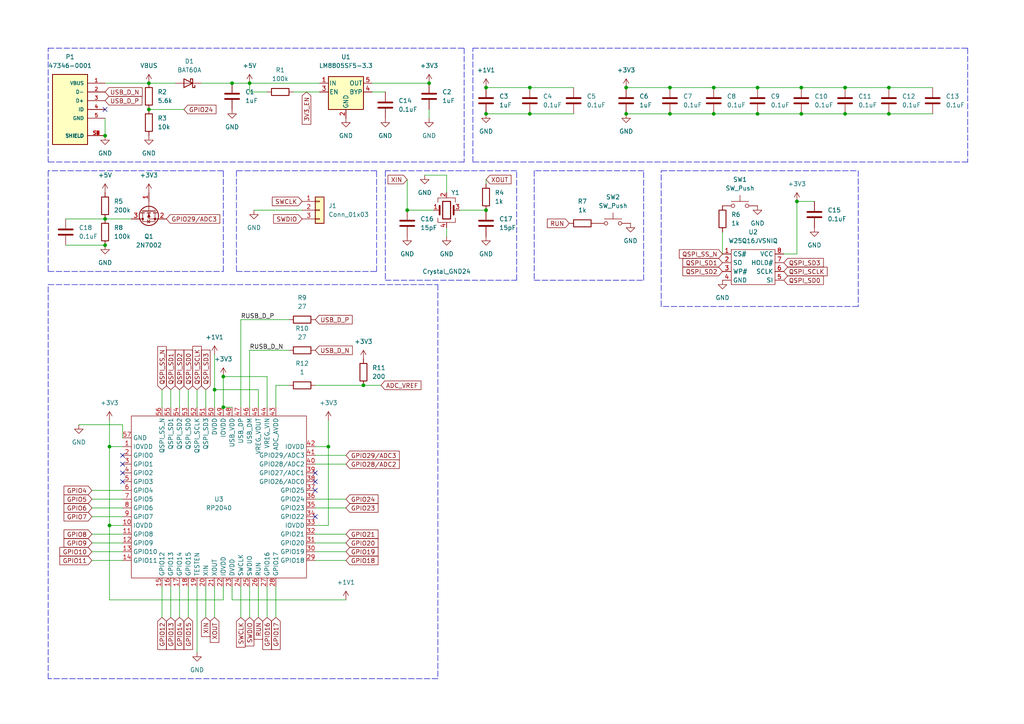
<source format=kicad_sch>
(kicad_sch (version 20211123) (generator eeschema)
  (paper "A4")
  (lib_symbols
    (symbol "01-rickbassham:47346-0001" (pin_names (offset 1.016))
      (property "Reference" "J" (at -5.08 10.922 0))
      (property "Value" "47346-0001" (at -5.08 -12.7 0))
      (symbol "47346-0001_0_0"
        (rectangle (start -5.08 -10.16) (end 5.08 10.16) (stroke (width 0.254)) (fill (type background)))
        (pin power_in line (at -10.16 7.62 0) (length 5.08) (name "VBUS") (number "1"))
        (pin bidirectional line (at -10.16 5.08 0) (length 5.08) (name "D-") (number "2"))
        (pin bidirectional line (at -10.16 2.54 0) (length 5.08) (name "D+") (number "3"))
        (pin bidirectional line (at -10.16 0 0) (length 5.08) (name "ID") (number "4"))
        (pin power_in line (at -10.16 -2.54 0) (length 5.08) (name "GND") (number "5"))
        (pin passive line (at -10.16 -7.62 0) (length 5.08) (name "SHIELD") (number "S1"))
        (pin passive line (at -10.16 -7.62 0) (length 5.08) (name "SHIELD") (number "S2"))
        (pin passive line (at -10.16 -7.62 0) (length 5.08) (name "SHIELD") (number "S3"))
        (pin passive line (at -10.16 -7.62 0) (length 5.08) (name "SHIELD") (number "S4"))
        (pin passive line (at -10.16 -7.62 0) (length 5.08) (name "SHIELD") (number "S5"))
        (pin passive line (at -10.16 -7.62 0) (length 5.08) (name "SHIELD") (number "S6"))
      )
    )
    (symbol "01-rickbassham:GD25Q16ETIGR"
      (property "Reference" "U" (at 0 0 0))
      (property "Value" "GD25Q16ETIGR" (at 0 0 0))
      (symbol "GD25Q16ETIGR_0_1"
        (rectangle (start -6.35 -5.08) (end 6.35 -15.24))
      )
      (symbol "GD25Q16ETIGR_1_1"
        (pin output line (at -8.89 -6.35 0) (length 2.54) (name "CS#") (number "1"))
        (pin output line (at -8.89 -8.89 0) (length 2.54) (name "SO") (number "2"))
        (pin output line (at -8.89 -11.43 0) (length 2.54) (name "WP#") (number "3"))
        (pin output line (at -8.89 -13.97 0) (length 2.54) (name "GND") (number "4"))
        (pin output line (at 8.89 -13.97 180) (length 2.54) (name "SI") (number "5"))
        (pin output line (at 8.89 -11.43 180) (length 2.54) (name "SCLK") (number "6"))
        (pin output line (at 8.89 -8.89 180) (length 2.54) (name "HOLD#") (number "7"))
        (pin output line (at 8.89 -6.35 180) (length 2.54) (name "VCC") (number "8"))
      )
    )
    (symbol "01-rickbassham:LM8805SF5-3.3" (pin_names (offset 0.254))
      (property "Reference" "U?" (at 0 10.16 0))
      (property "Value" "LM8805SF5-3.3" (at 0 7.62 0))
      (symbol "LM8805SF5-3.3_0_1"
        (rectangle (start -5.08 4.445) (end 5.08 -5.08) (stroke (width 0.254)) (fill (type background)))
      )
      (symbol "LM8805SF5-3.3_1_1"
        (pin power_in line (at -7.62 2.54 0) (length 2.54) (name "IN") (number "1"))
        (pin power_in line (at 0 -7.62 90) (length 2.54) (name "GND") (number "2"))
        (pin input line (at -7.62 0 0) (length 2.54) (name "EN") (number "3"))
        (pin output line (at 7.62 0 180) (length 2.54) (name "BYP") (number "4"))
        (pin power_out line (at 7.62 2.54 180) (length 2.54) (name "OUT") (number "5"))
      )
    )
    (symbol "01-rickbassham:RP2040"
      (property "Reference" "U" (at 0 1.27 0))
      (property "Value" "RP2040" (at 0 -1.27 0))
      (symbol "RP2040_0_1"
        (rectangle (start -25.4 25.4) (end 25.4 -21.59))
      )
      (symbol "RP2040_1_1"
        (pin output line (at -27.94 16.51 0) (length 2.54) (name "IOVDD") (number "1"))
        (pin output line (at -27.94 -6.35 0) (length 2.54) (name "IOVDD") (number "10"))
        (pin output line (at -27.94 -8.89 0) (length 2.54) (name "GPIO8") (number "11"))
        (pin output line (at -27.94 -11.43 0) (length 2.54) (name "GPIO9") (number "12"))
        (pin output line (at -27.94 -13.97 0) (length 2.54) (name "GPIO10") (number "13"))
        (pin output line (at -27.94 -16.51 0) (length 2.54) (name "GPIO11") (number "14"))
        (pin output line (at -16.51 -24.13 90) (length 2.54) (name "GPIO12") (number "15"))
        (pin output line (at -13.97 -24.13 90) (length 2.54) (name "GPIO13") (number "16"))
        (pin output line (at -11.43 -24.13 90) (length 2.54) (name "GPIO14") (number "17"))
        (pin output line (at -8.89 -24.13 90) (length 2.54) (name "GPIO15") (number "18"))
        (pin output line (at -6.35 -24.13 90) (length 2.54) (name "TESTEN") (number "19"))
        (pin output line (at -27.94 13.97 0) (length 2.54) (name "GPIO0") (number "2"))
        (pin output line (at -3.81 -24.13 90) (length 2.54) (name "XIN") (number "20"))
        (pin output line (at -1.27 -24.13 90) (length 2.54) (name "XOUT") (number "21"))
        (pin output line (at 1.27 -24.13 90) (length 2.54) (name "IOVDD") (number "22"))
        (pin output line (at 3.81 -24.13 90) (length 2.54) (name "DVDD") (number "23"))
        (pin output line (at 6.35 -24.13 90) (length 2.54) (name "SWCLK") (number "24"))
        (pin output line (at 8.89 -24.13 90) (length 2.54) (name "SWDIO") (number "25"))
        (pin output line (at 11.43 -24.13 90) (length 2.54) (name "RUN") (number "26"))
        (pin output line (at 13.97 -24.13 90) (length 2.54) (name "GPIO16") (number "27"))
        (pin output line (at 16.51 -24.13 90) (length 2.54) (name "GPIO17") (number "28"))
        (pin output line (at 27.94 -16.51 180) (length 2.54) (name "GPIO18") (number "29"))
        (pin output line (at -27.94 11.43 0) (length 2.54) (name "GPIO1") (number "3"))
        (pin output line (at 27.94 -13.97 180) (length 2.54) (name "GPIO19") (number "30"))
        (pin output line (at 27.94 -11.43 180) (length 2.54) (name "GPIO20") (number "31"))
        (pin output line (at 27.94 -8.89 180) (length 2.54) (name "GPIO21") (number "32"))
        (pin output line (at 27.94 -6.35 180) (length 2.54) (name "IOVDD") (number "33"))
        (pin output line (at 27.94 -3.81 180) (length 2.54) (name "GPIO22") (number "34"))
        (pin output line (at 27.94 -1.27 180) (length 2.54) (name "GPIO23") (number "35"))
        (pin output line (at 27.94 1.27 180) (length 2.54) (name "GPIO24") (number "36"))
        (pin output line (at 27.94 3.81 180) (length 2.54) (name "GPIO25") (number "37"))
        (pin output line (at 27.94 6.35 180) (length 2.54) (name "GPIO26/ADC0") (number "38"))
        (pin output line (at 27.94 8.89 180) (length 2.54) (name "GPIO27/ADC1") (number "39"))
        (pin output line (at -27.94 8.89 0) (length 2.54) (name "GPIO2") (number "4"))
        (pin output line (at 27.94 11.43 180) (length 2.54) (name "GPIO28/ADC2") (number "40"))
        (pin output line (at 27.94 13.97 180) (length 2.54) (name "GPIO29/ADC3") (number "41"))
        (pin output line (at 27.94 16.51 180) (length 2.54) (name "IOVDD") (number "42"))
        (pin output line (at 16.51 27.94 270) (length 2.54) (name "ADC_AVDD") (number "43"))
        (pin output line (at 13.97 27.94 270) (length 2.54) (name "VREG_VIN") (number "44"))
        (pin output line (at 11.43 27.94 270) (length 2.54) (name "VREG_VOUT") (number "45"))
        (pin output line (at 8.89 27.94 270) (length 2.54) (name "USB_DM") (number "46"))
        (pin output line (at 6.35 27.94 270) (length 2.54) (name "USB_DP") (number "47"))
        (pin output line (at 3.81 27.94 270) (length 2.54) (name "USB_VDD") (number "48"))
        (pin output line (at 1.27 27.94 270) (length 2.54) (name "IOVDD") (number "49"))
        (pin output line (at -27.94 6.35 0) (length 2.54) (name "GPIO3") (number "5"))
        (pin output line (at -1.27 27.94 270) (length 2.54) (name "DVDD") (number "50"))
        (pin output line (at -3.81 27.94 270) (length 2.54) (name "QSPI_SD3") (number "51"))
        (pin output line (at -6.35 27.94 270) (length 2.54) (name "QSPI_SCLK") (number "52"))
        (pin output line (at -8.89 27.94 270) (length 2.54) (name "QSPI_SD0") (number "53"))
        (pin output line (at -11.43 27.94 270) (length 2.54) (name "QSPI_SD2") (number "54"))
        (pin output line (at -13.97 27.94 270) (length 2.54) (name "QSPI_SD1") (number "55"))
        (pin output line (at -16.51 27.94 270) (length 2.54) (name "QSPI_SS_N") (number "56"))
        (pin output line (at -27.94 19.05 0) (length 2.54) (name "GND") (number "57"))
        (pin output line (at -27.94 3.81 0) (length 2.54) (name "GPIO4") (number "6"))
        (pin output line (at -27.94 1.27 0) (length 2.54) (name "GPIO5") (number "7"))
        (pin output line (at -27.94 -1.27 0) (length 2.54) (name "GPIO6") (number "8"))
        (pin output line (at -27.94 -3.81 0) (length 2.54) (name "GPIO7") (number "9"))
      )
    )
    (symbol "Connector_Generic:Conn_01x03" (pin_names (offset 1.016) hide)
      (property "Reference" "J" (at 0 5.08 0))
      (property "Value" "Conn_01x03" (at 0 -5.08 0))
      (symbol "Conn_01x03_1_1"
        (rectangle (start -1.27 -2.413) (end 0 -2.667) (stroke (width 0.1524)))
        (rectangle (start -1.27 0.127) (end 0 -0.127) (stroke (width 0.1524)))
        (rectangle (start -1.27 2.667) (end 0 2.413) (stroke (width 0.1524)))
        (rectangle (start -1.27 3.81) (end 1.27 -3.81) (stroke (width 0.254)) (fill (type background)))
        (pin passive line (at -5.08 2.54 0) (length 3.81) (name "Pin_1") (number "1"))
        (pin passive line (at -5.08 0 0) (length 3.81) (name "Pin_2") (number "2"))
        (pin passive line (at -5.08 -2.54 0) (length 3.81) (name "Pin_3") (number "3"))
      )
    )
    (symbol "Device:C" (pin_numbers hide) (pin_names (offset 0.254))
      (property "Reference" "C" (at 0.635 2.54 0))
      (property "Value" "C" (at 0.635 -2.54 0))
      (symbol "C_0_1"
        (polyline (pts (xy -2.032 -0.762) (xy 2.032 -0.762)) (stroke (width 0.508)))
        (polyline (pts (xy -2.032 0.762) (xy 2.032 0.762)) (stroke (width 0.508)))
      )
      (symbol "C_1_1"
        (pin passive line (at 0 3.81 270) (length 2.794) (name "~") (number "1"))
        (pin passive line (at 0 -3.81 90) (length 2.794) (name "~") (number "2"))
      )
    )
    (symbol "Device:Crystal_GND24" (pin_names (offset 1.016) hide)
      (property "Reference" "Y" (at 3.175 5.08 0))
      (property "Value" "Crystal_GND24" (at 3.175 3.175 0))
      (symbol "Crystal_GND24_0_1"
        (rectangle (start -1.143 2.54) (end 1.143 -2.54) (stroke (width 0.3048)))
        (polyline (pts (xy -2.54 0) (xy -2.032 0)))
        (polyline (pts (xy -2.032 -1.27) (xy -2.032 1.27)) (stroke (width 0.508)))
        (polyline (pts (xy 0 -3.81) (xy 0 -3.556)))
        (polyline (pts (xy 0 3.556) (xy 0 3.81)))
        (polyline (pts (xy 2.032 -1.27) (xy 2.032 1.27)) (stroke (width 0.508)))
        (polyline (pts (xy 2.032 0) (xy 2.54 0)))
        (polyline (pts (xy -2.54 -2.286) (xy -2.54 -3.556) (xy 2.54 -3.556) (xy 2.54 -2.286)))
        (polyline (pts (xy -2.54 2.286) (xy -2.54 3.556) (xy 2.54 3.556) (xy 2.54 2.286)))
      )
      (symbol "Crystal_GND24_1_1"
        (pin passive line (at -3.81 0 0) (length 1.27) (name "1") (number "1"))
        (pin passive line (at 0 5.08 270) (length 1.27) (name "2") (number "2"))
        (pin passive line (at 3.81 0 180) (length 1.27) (name "3") (number "3"))
        (pin passive line (at 0 -5.08 90) (length 1.27) (name "4") (number "4"))
      )
    )
    (symbol "Device:D_Schottky" (pin_numbers hide) (pin_names (offset 1.016) hide)
      (property "Reference" "D" (at 0 2.54 0))
      (property "Value" "D_Schottky" (at 0 -2.54 0))
      (symbol "D_Schottky_0_1"
        (polyline (pts (xy 1.27 0) (xy -1.27 0)))
        (polyline (pts (xy 1.27 1.27) (xy 1.27 -1.27) (xy -1.27 0) (xy 1.27 1.27)) (stroke (width 0.254)))
        (polyline (pts (xy -1.905 0.635) (xy -1.905 1.27) (xy -1.27 1.27) (xy -1.27 -1.27) (xy -0.635 -1.27) (xy -0.635 -0.635)) (stroke (width 0.254)))
      )
      (symbol "D_Schottky_1_1"
        (pin passive line (at -3.81 0 0) (length 2.54) (name "K") (number "1"))
        (pin passive line (at 3.81 0 180) (length 2.54) (name "A") (number "2"))
      )
    )
    (symbol "Device:R" (pin_numbers hide) (pin_names (offset 0))
      (property "Reference" "R" (at 2.032 0 90))
      (property "Value" "R" (at 0 0 90))
      (symbol "R_0_1"
        (rectangle (start -1.016 -2.54) (end 1.016 2.54) (stroke (width 0.254)))
      )
      (symbol "R_1_1"
        (pin passive line (at 0 3.81 270) (length 1.27) (name "~") (number "1"))
        (pin passive line (at 0 -3.81 90) (length 1.27) (name "~") (number "2"))
      )
    )
    (symbol "Switch:SW_Push" (pin_numbers hide) (pin_names (offset 1.016) hide)
      (property "Reference" "SW" (at 1.27 2.54 0))
      (property "Value" "SW_Push" (at 0 -1.524 0))
      (symbol "SW_Push_0_1"
        (circle (center -2.032 0) (radius 0.508))
        (polyline (pts (xy 0 1.27) (xy 0 3.048)))
        (polyline (pts (xy 2.54 1.27) (xy -2.54 1.27)))
        (circle (center 2.032 0) (radius 0.508))
        (pin passive line (at -5.08 0 0) (length 2.54) (name "1") (number "1"))
        (pin passive line (at 5.08 0 180) (length 2.54) (name "2") (number "2"))
      )
    )
    (symbol "Transistor_FET:2N7002" (pin_names hide)
      (property "Reference" "Q" (at 5.08 1.905 0))
      (property "Value" "2N7002" (at 5.08 0 0))
      (symbol "2N7002_0_1"
        (polyline (pts (xy 0.254 0) (xy -2.54 0)))
        (polyline (pts (xy 0.254 1.905) (xy 0.254 -1.905)) (stroke (width 0.254)))
        (polyline (pts (xy 0.762 -1.27) (xy 0.762 -2.286)) (stroke (width 0.254)))
        (polyline (pts (xy 0.762 0.508) (xy 0.762 -0.508)) (stroke (width 0.254)))
        (polyline (pts (xy 0.762 2.286) (xy 0.762 1.27)) (stroke (width 0.254)))
        (polyline (pts (xy 2.54 2.54) (xy 2.54 1.778)))
        (polyline (pts (xy 2.54 -2.54) (xy 2.54 0) (xy 0.762 0)))
        (polyline (pts (xy 0.762 -1.778) (xy 3.302 -1.778) (xy 3.302 1.778) (xy 0.762 1.778)))
        (polyline (pts (xy 1.016 0) (xy 2.032 0.381) (xy 2.032 -0.381) (xy 1.016 0)) (fill (type outline)))
        (polyline (pts (xy 2.794 0.508) (xy 2.921 0.381) (xy 3.683 0.381) (xy 3.81 0.254)))
        (polyline (pts (xy 3.302 0.381) (xy 2.921 -0.254) (xy 3.683 -0.254) (xy 3.302 0.381)))
        (circle (center 1.651 0) (radius 2.794) (stroke (width 0.254)))
        (circle (center 2.54 -1.778) (radius 0.254) (fill (type outline)))
        (circle (center 2.54 1.778) (radius 0.254) (fill (type outline)))
      )
      (symbol "2N7002_1_1"
        (pin input line (at -5.08 0 0) (length 2.54) (name "G") (number "1"))
        (pin passive line (at 2.54 -5.08 90) (length 2.54) (name "S") (number "2"))
        (pin passive line (at 2.54 5.08 270) (length 2.54) (name "D") (number "3"))
      )
    )
    (symbol "power:+1V1" (power) (pin_names (offset 0))
      (property "Value" "+1V1" (at 0 3.556 0))
      (symbol "+1V1_0_1"
        (polyline (pts (xy -0.762 1.27) (xy 0 2.54)))
        (polyline (pts (xy 0 0) (xy 0 2.54)))
        (polyline (pts (xy 0 2.54) (xy 0.762 1.27)))
      )
      (symbol "+1V1_1_1"
        (pin power_in line (at 0 0 90) (length 0) hide (name "+1V1") (number "1"))
      )
    )
    (symbol "power:+3.3V" (power) (pin_names (offset 0))
      (property "Value" "+3.3V" (at 0 3.556 0))
      (symbol "+3.3V_0_1"
        (polyline (pts (xy -0.762 1.27) (xy 0 2.54)))
        (polyline (pts (xy 0 0) (xy 0 2.54)))
        (polyline (pts (xy 0 2.54) (xy 0.762 1.27)))
      )
      (symbol "+3.3V_1_1"
        (pin power_in line (at 0 0 90) (length 0) hide (name "+3V3") (number "1"))
      )
    )
    (symbol "power:+5V" (power) (pin_names (offset 0))
      (property "Value" "+5V" (at 0 3.556 0))
      (symbol "+5V_0_1"
        (polyline (pts (xy -0.762 1.27) (xy 0 2.54)))
        (polyline (pts (xy 0 0) (xy 0 2.54)))
        (polyline (pts (xy 0 2.54) (xy 0.762 1.27)))
      )
      (symbol "+5V_1_1"
        (pin power_in line (at 0 0 90) (length 0) hide (name "+5V") (number "1"))
      )
    )
    (symbol "power:GND" (power) (pin_names (offset 0))
      (property "Value" "GND" (at 0 -3.81 0))
      (symbol "GND_0_1"
        (polyline (pts (xy 0 0) (xy 0 -1.27) (xy 1.27 -1.27) (xy 0 -2.54) (xy -1.27 -1.27) (xy 0 -1.27)))
      )
      (symbol "GND_1_1"
        (pin power_in line (at 0 0 270) (length 0) hide (name "GND") (number "1"))
      )
    )
    (symbol "power:VBUS" (power) (pin_names (offset 0))
      (property "Value" "VBUS" (at 0 3.81 0))
      (symbol "VBUS_0_1"
        (polyline (pts (xy -0.762 1.27) (xy 0 2.54)))
        (polyline (pts (xy 0 0) (xy 0 2.54)))
        (polyline (pts (xy 0 2.54) (xy 0.762 1.27)))
      )
      (symbol "VBUS_1_1"
        (pin power_in line (at 0 0 90) (length 0) hide (name "VBUS") (number "1"))
      )
    )
  )
  (junction (at 67.31 24.13))
  (junction (at 62.23 113.03))
  (junction (at 245.11 25.4))
  (junction (at 43.18 24.13))
  (junction (at 30.48 63.5))
  (junction (at 257.81 33.02))
  (junction (at 153.67 25.4))
  (junction (at 232.41 33.02))
  (junction (at 231.14 58.42))
  (junction (at 181.61 25.4))
  (junction (at 140.97 33.02))
  (junction (at 140.97 60.96))
  (junction (at 105.41 111.76))
  (junction (at 124.46 24.13))
  (junction (at 245.11 33.02))
  (junction (at 30.48 71.12))
  (junction (at 43.18 31.75))
  (junction (at 64.77 109.22))
  (junction (at 118.11 60.96))
  (junction (at 181.61 33.02))
  (junction (at 95.25 129.54))
  (junction (at 257.81 25.4))
  (junction (at 207.01 33.02))
  (junction (at 232.41 25.4))
  (junction (at 219.71 25.4))
  (junction (at 72.39 24.13))
  (junction (at 153.67 33.02))
  (junction (at 140.97 25.4))
  (junction (at 30.48 39.37))
  (junction (at 194.31 25.4))
  (junction (at 31.75 129.54))
  (junction (at 219.71 33.02))
  (junction (at 207.01 25.4))
  (junction (at 194.31 33.02))
  (junction (at 31.75 152.4))
  (junction (at 64.77 118.11))
  (no_connect (at 35.56 139.7))
  (no_connect (at 35.56 134.62))
  (no_connect (at 35.56 132.08))
  (no_connect (at 30.48 31.75))
  (no_connect (at 91.44 137.16))
  (no_connect (at 91.44 139.7))
  (no_connect (at 91.44 142.24))
  (no_connect (at 91.44 149.86))
  (no_connect (at 35.56 137.16))
  (wire (pts (xy 77.47 109.22) (xy 64.77 109.22)))
  (wire (pts (xy 91.44 154.94) (xy 100.33 154.94)))
  (polyline (pts (xy 13.97 196.85) (xy 13.97 82.55)))
  (wire (pts (xy 118.11 52.07) (xy 118.11 60.96)))
  (wire (pts (xy 105.41 111.76) (xy 110.49 111.76)))
  (wire (pts (xy 57.15 170.18) (xy 57.15 189.23)))
  (wire (pts (xy 91.44 134.62) (xy 100.33 134.62)))
  (polyline (pts (xy 248.92 88.9) (xy 191.77 88.9)))
  (wire (pts (xy 35.56 152.4) (xy 31.75 152.4)))
  (wire (pts (xy 54.61 113.03) (xy 54.61 118.11)))
  (polyline (pts (xy 109.22 49.53) (xy 68.58 49.53)))
  (wire (pts (xy 19.05 63.5) (xy 30.48 63.5)))
  (polyline (pts (xy 109.22 78.74) (xy 109.22 49.53)))
  (wire (pts (xy 100.33 173.99) (xy 67.31 173.99)))
  (wire (pts (xy 140.97 25.4) (xy 153.67 25.4)))
  (wire (pts (xy 91.44 111.76) (xy 105.41 111.76)))
  (polyline (pts (xy 68.58 49.53) (xy 68.58 78.74)))
  (wire (pts (xy 95.25 152.4) (xy 95.25 129.54)))
  (wire (pts (xy 74.93 170.18) (xy 74.93 179.07)))
  (wire (pts (xy 72.39 170.18) (xy 72.39 179.07)))
  (wire (pts (xy 26.67 162.56) (xy 35.56 162.56)))
  (wire (pts (xy 140.97 52.07) (xy 140.97 53.34)))
  (polyline (pts (xy 111.76 49.53) (xy 111.76 81.28)))
  (wire (pts (xy 72.39 24.13) (xy 92.71 24.13)))
  (wire (pts (xy 31.75 121.92) (xy 31.75 129.54)))
  (wire (pts (xy 77.47 26.67) (xy 72.39 26.67)))
  (wire (pts (xy 26.67 147.32) (xy 35.56 147.32)))
  (wire (pts (xy 181.61 33.02) (xy 194.31 33.02)))
  (wire (pts (xy 52.07 170.18) (xy 52.07 179.07)))
  (polyline (pts (xy 111.76 81.28) (xy 149.86 81.28)))
  (wire (pts (xy 153.67 33.02) (xy 166.37 33.02)))
  (wire (pts (xy 35.56 123.19) (xy 35.56 127)))
  (polyline (pts (xy 68.58 78.74) (xy 109.22 78.74)))
  (polyline (pts (xy 13.97 49.53) (xy 13.97 78.74)))
  (wire (pts (xy 22.86 123.19) (xy 35.56 123.19)))
  (wire (pts (xy 91.44 147.32) (xy 100.33 147.32)))
  (wire (pts (xy 30.48 24.13) (xy 43.18 24.13)))
  (wire (pts (xy 91.44 162.56) (xy 100.33 162.56)))
  (wire (pts (xy 50.8 24.13) (xy 43.18 24.13)))
  (polyline (pts (xy 13.97 13.97) (xy 134.62 13.97)))
  (wire (pts (xy 26.67 154.94) (xy 35.56 154.94)))
  (wire (pts (xy 69.85 170.18) (xy 69.85 179.07)))
  (polyline (pts (xy 191.77 88.9) (xy 191.77 49.53)))
  (wire (pts (xy 129.54 68.58) (xy 129.54 66.04)))
  (wire (pts (xy 257.81 25.4) (xy 270.51 25.4)))
  (polyline (pts (xy 280.67 46.99) (xy 137.16 46.99)))
  (wire (pts (xy 107.95 26.67) (xy 111.76 26.67)))
  (wire (pts (xy 64.77 170.18) (xy 64.77 173.99)))
  (wire (pts (xy 118.11 60.96) (xy 125.73 60.96)))
  (wire (pts (xy 31.75 129.54) (xy 35.56 129.54)))
  (wire (pts (xy 231.14 73.66) (xy 231.14 58.42)))
  (wire (pts (xy 232.41 25.4) (xy 245.11 25.4)))
  (wire (pts (xy 72.39 101.6) (xy 83.82 101.6)))
  (wire (pts (xy 57.15 113.03) (xy 57.15 118.11)))
  (polyline (pts (xy 149.86 49.53) (xy 111.76 49.53)))
  (wire (pts (xy 194.31 33.02) (xy 207.01 33.02)))
  (wire (pts (xy 31.75 173.99) (xy 31.75 152.4)))
  (wire (pts (xy 91.44 160.02) (xy 100.33 160.02)))
  (polyline (pts (xy 248.92 49.53) (xy 248.92 88.9)))
  (wire (pts (xy 72.39 26.67) (xy 72.39 24.13)))
  (polyline (pts (xy 154.94 49.53) (xy 154.94 81.28)))
  (wire (pts (xy 91.44 157.48) (xy 100.33 157.48)))
  (wire (pts (xy 85.09 26.67) (xy 92.71 26.67)))
  (polyline (pts (xy 149.86 81.28) (xy 149.86 49.53)))
  (wire (pts (xy 91.44 132.08) (xy 100.33 132.08)))
  (wire (pts (xy 107.95 24.13) (xy 124.46 24.13)))
  (wire (pts (xy 73.66 60.96) (xy 87.63 60.96)))
  (wire (pts (xy 26.67 144.78) (xy 35.56 144.78)))
  (wire (pts (xy 72.39 118.11) (xy 72.39 101.6)))
  (wire (pts (xy 31.75 129.54) (xy 31.75 152.4)))
  (wire (pts (xy 62.23 102.87) (xy 62.23 113.03)))
  (polyline (pts (xy 64.77 78.74) (xy 64.77 49.53)))
  (wire (pts (xy 59.69 170.18) (xy 59.69 179.07)))
  (wire (pts (xy 257.81 33.02) (xy 270.51 33.02)))
  (wire (pts (xy 67.31 24.13) (xy 72.39 24.13)))
  (wire (pts (xy 140.97 33.02) (xy 153.67 33.02)))
  (wire (pts (xy 26.67 157.48) (xy 35.56 157.48)))
  (wire (pts (xy 59.69 113.03) (xy 59.69 118.11)))
  (polyline (pts (xy 13.97 78.74) (xy 64.77 78.74)))
  (wire (pts (xy 19.05 71.12) (xy 30.48 71.12)))
  (wire (pts (xy 54.61 170.18) (xy 54.61 179.07)))
  (wire (pts (xy 74.93 113.03) (xy 62.23 113.03)))
  (wire (pts (xy 232.41 33.02) (xy 245.11 33.02)))
  (wire (pts (xy 52.07 113.03) (xy 52.07 118.11)))
  (polyline (pts (xy 280.67 13.97) (xy 280.67 46.99)))
  (wire (pts (xy 26.67 149.86) (xy 35.56 149.86)))
  (polyline (pts (xy 13.97 46.99) (xy 13.97 13.97)))
  (wire (pts (xy 129.54 50.8) (xy 129.54 55.88)))
  (polyline (pts (xy 134.62 13.97) (xy 134.62 46.99)))
  (wire (pts (xy 231.14 58.42) (xy 236.22 58.42)))
  (polyline (pts (xy 137.16 46.99) (xy 137.16 13.97)))
  (wire (pts (xy 91.44 144.78) (xy 100.33 144.78)))
  (wire (pts (xy 26.67 160.02) (xy 35.56 160.02)))
  (wire (pts (xy 209.55 67.31) (xy 209.55 73.66)))
  (wire (pts (xy 194.31 25.4) (xy 207.01 25.4)))
  (wire (pts (xy 30.48 34.29) (xy 30.48 39.37)))
  (wire (pts (xy 123.19 50.8) (xy 129.54 50.8)))
  (wire (pts (xy 80.01 170.18) (xy 80.01 179.07)))
  (wire (pts (xy 77.47 118.11) (xy 77.47 109.22)))
  (wire (pts (xy 227.33 73.66) (xy 231.14 73.66)))
  (wire (pts (xy 245.11 25.4) (xy 257.81 25.4)))
  (polyline (pts (xy 191.77 49.53) (xy 248.92 49.53)))
  (wire (pts (xy 77.47 170.18) (xy 77.47 179.07)))
  (polyline (pts (xy 137.16 13.97) (xy 280.67 13.97)))
  (wire (pts (xy 46.99 113.03) (xy 46.99 118.11)))
  (wire (pts (xy 49.53 113.03) (xy 49.53 118.11)))
  (wire (pts (xy 219.71 25.4) (xy 232.41 25.4)))
  (wire (pts (xy 64.77 118.11) (xy 67.31 118.11)))
  (wire (pts (xy 49.53 170.18) (xy 49.53 179.07)))
  (wire (pts (xy 91.44 152.4) (xy 95.25 152.4)))
  (polyline (pts (xy 64.77 49.53) (xy 13.97 49.53)))
  (wire (pts (xy 67.31 173.99) (xy 67.31 170.18)))
  (wire (pts (xy 80.01 118.11) (xy 80.01 111.76)))
  (wire (pts (xy 64.77 109.22) (xy 64.77 118.11)))
  (polyline (pts (xy 186.69 49.53) (xy 154.94 49.53)))
  (wire (pts (xy 95.25 121.92) (xy 95.25 129.54)))
  (polyline (pts (xy 127 82.55) (xy 127 196.85)))
  (polyline (pts (xy 127 196.85) (xy 13.97 196.85)))
  (wire (pts (xy 69.85 118.11) (xy 69.85 92.71)))
  (wire (pts (xy 133.35 60.96) (xy 140.97 60.96)))
  (wire (pts (xy 74.93 118.11) (xy 74.93 113.03)))
  (wire (pts (xy 181.61 25.4) (xy 194.31 25.4)))
  (wire (pts (xy 26.67 142.24) (xy 35.56 142.24)))
  (wire (pts (xy 62.23 170.18) (xy 62.23 179.07)))
  (wire (pts (xy 58.42 24.13) (xy 67.31 24.13)))
  (wire (pts (xy 64.77 173.99) (xy 31.75 173.99)))
  (wire (pts (xy 69.85 92.71) (xy 83.82 92.71)))
  (wire (pts (xy 80.01 111.76) (xy 83.82 111.76)))
  (polyline (pts (xy 13.97 82.55) (xy 127 82.55)))
  (wire (pts (xy 219.71 33.02) (xy 232.41 33.02)))
  (wire (pts (xy 46.99 170.18) (xy 46.99 179.07)))
  (wire (pts (xy 153.67 25.4) (xy 166.37 25.4)))
  (wire (pts (xy 245.11 33.02) (xy 257.81 33.02)))
  (wire (pts (xy 53.34 31.75) (xy 43.18 31.75)))
  (polyline (pts (xy 186.69 81.28) (xy 186.69 49.53)))
  (polyline (pts (xy 134.62 46.99) (xy 13.97 46.99)))
  (wire (pts (xy 207.01 33.02) (xy 219.71 33.02)))
  (wire (pts (xy 207.01 25.4) (xy 219.71 25.4)))
  (wire (pts (xy 95.25 129.54) (xy 91.44 129.54)))
  (wire (pts (xy 30.48 63.5) (xy 38.1 63.5)))
  (wire (pts (xy 62.23 113.03) (xy 62.23 118.11)))
  (wire (pts (xy 124.46 34.29) (xy 124.46 31.75)))
  (polyline (pts (xy 154.94 81.28) (xy 186.69 81.28)))
  (label "RUSB_D_P" (at 69.85 92.71 0))
  (label "RUSB_D_N" (at 72.39 101.6 0))
  (global_label "QSPI_SS_N" (shape input) (at 46.99 113.03 90) (property "Intersheet References" "${INTERSHEET_REFS}" (effects hide)))
  (global_label "SWCLK" (shape input) (at 87.63 58.42 180) (property "Intersheet References" "${INTERSHEET_REFS}" (effects hide)))
  (global_label "QSPI_SCLK" (shape input) (at 57.15 113.03 90) (property "Intersheet References" "${INTERSHEET_REFS}" (effects hide)))
  (global_label "ADC_VREF" (shape input) (at 110.49 111.76 0) (property "Intersheet References" "${INTERSHEET_REFS}" (effects hide)))
  (global_label "XIN" (shape input) (at 118.11 52.07 180) (property "Intersheet References" "${INTERSHEET_REFS}" (effects hide)))
  (global_label "QSPI_SD3" (shape input) (at 227.33 76.2 0) (property "Intersheet References" "${INTERSHEET_REFS}" (effects hide)))
  (global_label "GPIO5" (shape input) (at 26.67 144.78 180) (property "Intersheet References" "${INTERSHEET_REFS}" (effects hide)))
  (global_label "USB_D_N" (shape input) (at 91.44 101.6 0) (property "Intersheet References" "${INTERSHEET_REFS}" (effects hide)))
  (global_label "GPIO29{slash}ADC3" (shape input) (at 48.26 63.5 0) (property "Intersheet References" "${INTERSHEET_REFS}" (effects hide)))
  (global_label "USB_D_N" (shape input) (at 30.48 26.67 0) (property "Intersheet References" "${INTERSHEET_REFS}" (effects hide)))
  (global_label "QSPI_SS_N" (shape input) (at 209.55 73.66 180) (property "Intersheet References" "${INTERSHEET_REFS}" (effects hide)))
  (global_label "GPIO21" (shape input) (at 100.33 154.94 0) (property "Intersheet References" "${INTERSHEET_REFS}" (effects hide)))
  (global_label "XIN" (shape input) (at 59.69 179.07 270) (property "Intersheet References" "${INTERSHEET_REFS}" (effects hide)))
  (global_label "GPIO18" (shape input) (at 100.33 162.56 0) (property "Intersheet References" "${INTERSHEET_REFS}" (effects hide)))
  (global_label "QSPI_SD2" (shape input) (at 52.07 113.03 90) (property "Intersheet References" "${INTERSHEET_REFS}" (effects hide)))
  (global_label "QSPI_SD1" (shape input) (at 49.53 113.03 90) (property "Intersheet References" "${INTERSHEET_REFS}" (effects hide)))
  (global_label "GPIO7" (shape input) (at 26.67 149.86 180) (property "Intersheet References" "${INTERSHEET_REFS}" (effects hide)))
  (global_label "GPIO29{slash}ADC3" (shape input) (at 100.33 132.08 0) (property "Intersheet References" "${INTERSHEET_REFS}" (effects hide)))
  (global_label "QSPI_SD3" (shape input) (at 59.69 113.03 90) (property "Intersheet References" "${INTERSHEET_REFS}" (effects hide)))
  (global_label "GPIO16" (shape input) (at 77.47 179.07 270) (property "Intersheet References" "${INTERSHEET_REFS}" (effects hide)))
  (global_label "RUN" (shape input) (at 74.93 179.07 270) (property "Intersheet References" "${INTERSHEET_REFS}" (effects hide)))
  (global_label "QSPI_SD1" (shape input) (at 209.55 76.2 180) (property "Intersheet References" "${INTERSHEET_REFS}" (effects hide)))
  (global_label "XOUT" (shape input) (at 62.23 179.07 270) (property "Intersheet References" "${INTERSHEET_REFS}" (effects hide)))
  (global_label "GPIO17" (shape input) (at 80.01 179.07 270) (property "Intersheet References" "${INTERSHEET_REFS}" (effects hide)))
  (global_label "GPIO14" (shape input) (at 52.07 179.07 270) (property "Intersheet References" "${INTERSHEET_REFS}" (effects hide)))
  (global_label "GPIO15" (shape input) (at 54.61 179.07 270) (property "Intersheet References" "${INTERSHEET_REFS}" (effects hide)))
  (global_label "GPIO10" (shape input) (at 26.67 160.02 180) (property "Intersheet References" "${INTERSHEET_REFS}" (effects hide)))
  (global_label "GPIO8" (shape input) (at 26.67 154.94 180) (property "Intersheet References" "${INTERSHEET_REFS}" (effects hide)))
  (global_label "USB_D_P" (shape input) (at 30.48 29.21 0) (property "Intersheet References" "${INTERSHEET_REFS}" (effects hide)))
  (global_label "GPIO24" (shape input) (at 53.34 31.75 0) (property "Intersheet References" "${INTERSHEET_REFS}" (effects hide)))
  (global_label "QSPI_SD0" (shape input) (at 54.61 113.03 90) (property "Intersheet References" "${INTERSHEET_REFS}" (effects hide)))
  (global_label "XOUT" (shape input) (at 140.97 52.07 0) (property "Intersheet References" "${INTERSHEET_REFS}" (effects hide)))
  (global_label "GPIO9" (shape input) (at 26.67 157.48 180) (property "Intersheet References" "${INTERSHEET_REFS}" (effects hide)))
  (global_label "GPIO20" (shape input) (at 100.33 157.48 0) (property "Intersheet References" "${INTERSHEET_REFS}" (effects hide)))
  (global_label "GPIO19" (shape input) (at 100.33 160.02 0) (property "Intersheet References" "${INTERSHEET_REFS}" (effects hide)))
  (global_label "3V3_EN" (shape input) (at 88.9 26.67 270) (property "Intersheet References" "${INTERSHEET_REFS}" (effects hide)))
  (global_label "GPIO12" (shape input) (at 46.99 179.07 270) (property "Intersheet References" "${INTERSHEET_REFS}" (effects hide)))
  (global_label "SWDIO" (shape input) (at 72.39 179.07 270) (property "Intersheet References" "${INTERSHEET_REFS}" (effects hide)))
  (global_label "GPIO24" (shape input) (at 100.33 144.78 0) (property "Intersheet References" "${INTERSHEET_REFS}" (effects hide)))
  (global_label "QSPI_SCLK" (shape input) (at 227.33 78.74 0) (property "Intersheet References" "${INTERSHEET_REFS}" (effects hide)))
  (global_label "SWCLK" (shape input) (at 69.85 179.07 270) (property "Intersheet References" "${INTERSHEET_REFS}" (effects hide)))
  (global_label "SWDIO" (shape input) (at 87.63 63.5 180) (property "Intersheet References" "${INTERSHEET_REFS}" (effects hide)))
  (global_label "GPIO23" (shape input) (at 100.33 147.32 0) (property "Intersheet References" "${INTERSHEET_REFS}" (effects hide)))
  (global_label "GPIO11" (shape input) (at 26.67 162.56 180) (property "Intersheet References" "${INTERSHEET_REFS}" (effects hide)))
  (global_label "GPIO4" (shape input) (at 26.67 142.24 180) (property "Intersheet References" "${INTERSHEET_REFS}" (effects hide)))
  (global_label "QSPI_SD2" (shape input) (at 209.55 78.74 180) (property "Intersheet References" "${INTERSHEET_REFS}" (effects hide)))
  (global_label "GPIO13" (shape input) (at 49.53 179.07 270) (property "Intersheet References" "${INTERSHEET_REFS}" (effects hide)))
  (global_label "USB_D_P" (shape input) (at 91.44 92.71 0) (property "Intersheet References" "${INTERSHEET_REFS}" (effects hide)))
  (global_label "QSPI_SD0" (shape input) (at 227.33 81.28 0) (property "Intersheet References" "${INTERSHEET_REFS}" (effects hide)))
  (global_label "RUN" (shape input) (at 165.1 64.77 180) (property "Intersheet References" "${INTERSHEET_REFS}" (effects hide)))
  (global_label "GPIO6" (shape input) (at 26.67 147.32 180) (property "Intersheet References" "${INTERSHEET_REFS}" (effects hide)))
  (global_label "GPIO28{slash}ADC2" (shape input) (at 100.33 134.62 0) (property "Intersheet References" "${INTERSHEET_REFS}" (effects hide)))
  (symbol (lib_id "power:+3.3V") (at 64.77 109.22 0) (unit 1)
    (property "Reference" "#PWR029" (effects hide))
    (property "Value" "+3.3V" (at 64.77 104.14 0))
  )
  (symbol (lib_id "power:GND") (at 123.19 50.8 0) (unit 1)
    (property "Reference" "#PWR014" (effects hide))
    (property "Value" "GND" (at 123.19 55.88 0))
  )
  (symbol (lib_id "Device:C") (at 257.81 29.21 0) (unit 1)
    (property "Reference" "C12" (at 261.62 27.9399 0) (effects (justify left)))
    (property "Value" "0.1uF" (at 261.62 30.4799 0) (effects (justify left)))
    (property "Footprint" "Capacitor_SMD:C_0402_1005Metric" (effects hide))
    (property "LCSC" "C1525" (effects hide))
  )
  (symbol (lib_id "power:GND") (at 140.97 33.02 0) (unit 1)
    (property "Reference" "#PWR07" (effects hide))
    (property "Value" "GND" (at 140.97 38.1 0))
  )
  (symbol (lib_id "power:GND") (at 57.15 189.23 0) (unit 1)
    (property "Reference" "#PWR034" (effects hide))
    (property "Value" "GND" (at 57.15 194.31 0))
  )
  (symbol (lib_id "01-rickbassham:LM8805SF5-3.3") (at 100.33 26.67 0) (unit 1)
    (property "Reference" "U1" (at 100.33 16.51 0))
    (property "Value" "LM8805SF5-3.3" (at 100.33 19.05 0))
    (property "Footprint" "Package_TO_SOT_SMD:SOT-23-5" (effects hide))
    (property "LCSC" "C126077" (effects hide))
  )
  (symbol (lib_id "Connector_Generic:Conn_01x03") (at 92.71 60.96 0) (unit 1)
    (property "Reference" "J1" (at 95.25 59.6899 0) (effects (justify left)))
    (property "Value" "Conn_01x03" (at 95.25 62.2299 0) (effects (justify left)))
    (property "Footprint" "Connector_PinHeader_2.54mm:PinHeader_1x03_P2.54mm_Vertical" (effects hide))
  )
  (symbol (lib_id "power:GND") (at 22.86 123.19 0) (unit 1)
    (property "Reference" "#PWR032" (effects hide))
    (property "Value" "GND" (at 22.86 128.27 0))
  )
  (symbol (lib_id "power:+5V") (at 72.39 24.13 0) (unit 1)
    (property "Reference" "#PWR0101" (effects hide))
    (property "Value" "+5V" (at 72.39 19.05 0))
  )
  (symbol (lib_id "Device:C") (at 236.22 62.23 0) (unit 1)
    (property "Reference" "C15" (at 240.03 60.9599 0) (effects (justify left)))
    (property "Value" "0.1uF" (at 240.03 63.4999 0) (effects (justify left)))
    (property "Footprint" "Capacitor_SMD:C_0402_1005Metric" (effects hide))
    (property "LCSC" "C1525" (effects hide))
  )
  (symbol (lib_id "power:GND") (at 236.22 66.04 0) (unit 1)
    (property "Reference" "#PWR021" (effects hide))
    (property "Value" "GND" (at 236.22 71.12 0))
  )
  (symbol (lib_id "Device:C") (at 207.01 29.21 0) (unit 1)
    (property "Reference" "C8" (at 210.82 27.9399 0) (effects (justify left)))
    (property "Value" "0.1uF" (at 210.82 30.4799 0) (effects (justify left)))
    (property "Footprint" "Capacitor_SMD:C_0402_1005Metric" (effects hide))
    (property "LCSC" "C1525" (effects hide))
  )
  (symbol (lib_id "Device:C") (at 111.76 30.48 0) (unit 1)
    (property "Reference" "C14" (at 115.57 29.2099 0) (effects (justify left)))
    (property "Value" "0.1uF" (at 115.57 31.7499 0) (effects (justify left)))
    (property "Footprint" "Capacitor_SMD:C_0402_1005Metric" (effects hide))
    (property "LCSC" "C1525" (effects hide))
  )
  (symbol (lib_id "power:GND") (at 140.97 68.58 0) (unit 1)
    (property "Reference" "#PWR024" (effects hide))
    (property "Value" "GND" (at 140.97 73.66 0))
  )
  (symbol (lib_id "Device:C") (at 118.11 64.77 0) (unit 1)
    (property "Reference" "C16" (at 121.92 63.4999 0) (effects (justify left)))
    (property "Value" "15pF" (at 121.92 66.0399 0) (effects (justify left)))
    (property "Footprint" "Capacitor_SMD:C_0402_1005Metric" (effects hide))
    (property "LCSC" "C1548" (effects hide))
  )
  (symbol (lib_id "power:+3.3V") (at 181.61 25.4 0) (unit 1)
    (property "Reference" "#PWR05" (effects hide))
    (property "Value" "+3.3V" (at 181.61 20.32 0))
  )
  (symbol (lib_id "power:+3.3V") (at 95.25 121.92 0) (unit 1)
    (property "Reference" "#PWR031" (effects hide))
    (property "Value" "+3.3V" (at 95.25 116.84 0))
  )
  (symbol (lib_id "power:GND") (at 67.31 31.75 0) (unit 1)
    (property "Reference" "#PWR06" (effects hide))
    (property "Value" "GND" (at 67.31 36.83 0))
  )
  (symbol (lib_id "Device:R") (at 168.91 64.77 90) (unit 1)
    (property "Reference" "R7" (at 168.91 58.42 90))
    (property "Value" "1k" (at 168.91 60.96 90))
    (property "Footprint" "Resistor_SMD:R_0402_1005Metric" (effects hide))
    (property "LCSC" "C11702" (effects hide))
  )
  (symbol (lib_id "power:GND") (at 219.71 59.69 0) (unit 1)
    (property "Reference" "#PWR018" (effects hide))
    (property "Value" "GND" (at 219.71 64.77 0))
  )
  (symbol (lib_id "Device:C") (at 181.61 29.21 0) (unit 1)
    (property "Reference" "C6" (at 185.42 27.9399 0) (effects (justify left)))
    (property "Value" "1uF" (at 185.42 30.4799 0) (effects (justify left)))
    (property "Footprint" "Capacitor_SMD:C_0402_1005Metric" (effects hide))
    (property "LCSC" "C52923" (effects hide))
  )
  (symbol (lib_id "power:VBUS") (at 43.18 24.13 0) (unit 1)
    (property "Reference" "#PWR01" (effects hide))
    (property "Value" "VBUS" (at 43.18 19.05 0))
  )
  (symbol (lib_id "Device:R") (at 43.18 27.94 0) (unit 1)
    (property "Reference" "R2" (at 45.72 26.6699 0) (effects (justify left)))
    (property "Value" "5.6k" (at 45.72 29.2099 0) (effects (justify left)))
    (property "Footprint" "Resistor_SMD:R_0402_1005Metric" (effects hide))
    (property "LCSC" "C25908" (effects hide))
  )
  (symbol (lib_id "power:GND") (at 30.48 39.37 0) (unit 1)
    (property "Reference" "#PWR012" (effects hide))
    (property "Value" "GND" (at 30.48 44.45 0))
  )
  (symbol (lib_id "power:GND") (at 30.48 71.12 0) (unit 1)
    (property "Reference" "#PWR025" (effects hide))
    (property "Value" "GND" (at 30.48 76.2 0))
  )
  (symbol (lib_id "Device:R") (at 209.55 63.5 180) (unit 1)
    (property "Reference" "R6" (at 212.09 62.2299 0) (effects (justify right)))
    (property "Value" "1k" (at 212.09 64.7699 0) (effects (justify right)))
    (property "Footprint" "Resistor_SMD:R_0402_1005Metric" (effects hide))
    (property "LCSC" "C11702" (effects hide))
  )
  (symbol (lib_id "Device:C") (at 219.71 29.21 0) (unit 1)
    (property "Reference" "C9" (at 223.52 27.9399 0) (effects (justify left)))
    (property "Value" "0.1uF" (at 223.52 30.4799 0) (effects (justify left)))
    (property "Footprint" "Capacitor_SMD:C_0402_1005Metric" (effects hide))
    (property "LCSC" "C1525" (effects hide))
  )
  (symbol (lib_id "Device:D_Schottky") (at 54.61 24.13 180) (unit 1)
    (property "Reference" "D1" (at 54.9275 17.78 0))
    (property "Value" "BAT60A" (at 54.9275 20.32 0))
    (property "Footprint" "Diode_SMD:D_SOD-323" (effects hide))
    (property "Manufacturer PN" "BAT60AE6327HTSA1" (effects hide))
    (property "LCSC" "C520634" (effects hide))
  )
  (symbol (lib_id "Device:R") (at 140.97 57.15 0) (unit 1)
    (property "Reference" "R4" (at 143.51 55.8799 0) (effects (justify left)))
    (property "Value" "1k" (at 143.51 58.4199 0) (effects (justify left)))
    (property "Footprint" "Resistor_SMD:R_0402_1005Metric" (effects hide))
    (property "LCSC" "C11702" (effects hide))
  )
  (symbol (lib_id "Device:Crystal_GND24") (at 129.54 60.96 0) (unit 1)
    (property "Reference" "Y1" (at 132.08 55.88 0))
    (property "Value" "Crystal_GND24" (at 129.54 78.74 0))
    (property "Footprint" "Crystal:Crystal_SMD_3225-4Pin_3.2x2.5mm" (effects hide))
    (property "LCSC" "C133334" (effects hide))
  )
  (symbol (lib_id "power:GND") (at 124.46 34.29 0) (unit 1)
    (property "Reference" "#PWR011" (effects hide))
    (property "Value" "GND" (at 124.46 39.37 0))
  )
  (symbol (lib_id "Device:R") (at 87.63 92.71 90) (unit 1)
    (property "Reference" "R9" (at 87.63 86.36 90))
    (property "Value" "27" (at 87.63 88.9 90))
    (property "Footprint" "Resistor_SMD:R_0603_1608Metric" (effects hide))
    (property "LCSC" "C25190" (effects hide))
  )
  (symbol (lib_id "power:GND") (at 111.76 34.29 0) (unit 1)
    (property "Reference" "#PWR010" (effects hide))
    (property "Value" "GND" (at 111.76 39.37 0))
  )
  (symbol (lib_id "Device:R") (at 105.41 107.95 180) (unit 1)
    (property "Reference" "R11" (at 107.95 106.6799 0) (effects (justify right)))
    (property "Value" "200" (at 107.95 109.2199 0) (effects (justify right)))
    (property "Footprint" "Resistor_SMD:R_0402_1005Metric" (effects hide))
    (property "LCSC" "C25087" (effects hide))
  )
  (symbol (lib_id "Device:C") (at 124.46 27.94 0) (unit 1)
    (property "Reference" "C2" (at 128.27 26.6699 0) (effects (justify left)))
    (property "Value" "1uF" (at 128.27 29.2099 0) (effects (justify left)))
    (property "Footprint" "Capacitor_SMD:C_0402_1005Metric" (effects hide))
    (property "LCSC" "C52923" (effects hide))
  )
  (symbol (lib_id "power:GND") (at 129.54 68.58 0) (unit 1)
    (property "Reference" "#PWR023" (effects hide))
    (property "Value" "GND" (at 129.54 73.66 0))
  )
  (symbol (lib_id "Device:C") (at 270.51 29.21 0) (unit 1)
    (property "Reference" "C13" (at 274.32 27.9399 0) (effects (justify left)))
    (property "Value" "0.1uF" (at 274.32 30.4799 0) (effects (justify left)))
    (property "Footprint" "Capacitor_SMD:C_0402_1005Metric" (effects hide))
    (property "LCSC" "C1525" (effects hide))
  )
  (symbol (lib_id "Device:C") (at 232.41 29.21 0) (unit 1)
    (property "Reference" "C10" (at 236.22 27.9399 0) (effects (justify left)))
    (property "Value" "0.1uF" (at 236.22 30.4799 0) (effects (justify left)))
    (property "Footprint" "Capacitor_SMD:C_0402_1005Metric" (effects hide))
    (property "LCSC" "C1525" (effects hide))
  )
  (symbol (lib_id "power:+1V1") (at 62.23 102.87 0) (unit 1)
    (property "Reference" "#PWR027" (effects hide))
    (property "Value" "+1V1" (at 62.23 97.79 0))
  )
  (symbol (lib_id "Device:C") (at 245.11 29.21 0) (unit 1)
    (property "Reference" "C11" (at 248.92 27.9399 0) (effects (justify left)))
    (property "Value" "0.1uF" (at 248.92 30.4799 0) (effects (justify left)))
    (property "Footprint" "Capacitor_SMD:C_0402_1005Metric" (effects hide))
    (property "LCSC" "C1525" (effects hide))
  )
  (symbol (lib_id "power:+1V1") (at 100.33 173.99 0) (unit 1)
    (property "Reference" "#PWR033" (effects hide))
    (property "Value" "+1V1" (at 100.33 168.91 0))
  )
  (symbol (lib_id "power:+3.3V") (at 124.46 24.13 0) (unit 1)
    (property "Reference" "#PWR03" (effects hide))
    (property "Value" "+3.3V" (at 124.46 19.05 0))
  )
  (symbol (lib_id "Switch:SW_Push") (at 214.63 59.69 0) (unit 1)
    (property "Reference" "SW1" (at 214.63 52.07 0))
    (property "Value" "SW_Push" (at 214.63 54.61 0))
    (property "Footprint" "01-rickbassham:SW_TS-1187A-B-A-B" (effects hide))
    (property "LCSC" "C318884" (effects hide))
  )
  (symbol (lib_id "Device:R") (at 87.63 101.6 90) (unit 1)
    (property "Reference" "R10" (at 87.63 95.25 90))
    (property "Value" "27" (at 87.63 97.79 90))
    (property "Footprint" "Resistor_SMD:R_0603_1608Metric" (effects hide))
    (property "LCSC" "C25190" (effects hide))
  )
  (symbol (lib_id "power:GND") (at 43.18 39.37 0) (unit 1)
    (property "Reference" "#PWR013" (effects hide))
    (property "Value" "GND" (at 43.18 44.45 0))
  )
  (symbol (lib_id "Device:C") (at 67.31 27.94 0) (unit 1)
    (property "Reference" "C1" (at 71.12 26.6699 0) (effects (justify left)))
    (property "Value" "1uF" (at 71.12 29.2099 0) (effects (justify left)))
    (property "Footprint" "Capacitor_SMD:C_0402_1005Metric" (effects hide))
    (property "LCSC" "C52923" (effects hide))
  )
  (symbol (lib_id "01-rickbassham:RP2040") (at 63.5 146.05 0) (unit 1)
    (property "Reference" "U3" (at 63.5 144.78 0))
    (property "Value" "RP2040" (at 63.5 147.32 0))
    (property "Footprint" "01-rickbassham:RP2040" (effects hide))
    (property "LCSC" "C2040" (effects hide))
  )
  (symbol (lib_id "Device:C") (at 140.97 29.21 0) (unit 1)
    (property "Reference" "C3" (at 144.78 27.9399 0) (effects (justify left)))
    (property "Value" "1uF" (at 144.78 30.4799 0) (effects (justify left)))
    (property "Footprint" "Capacitor_SMD:C_0402_1005Metric" (effects hide))
    (property "LCSC" "C52923" (effects hide))
  )
  (symbol (lib_id "01-rickbassham:GD25Q16ETIGR") (at 218.44 67.31 0) (unit 1)
    (property "Reference" "U2" (at 218.44 67.31 0))
    (property "Value" "W25Q16JVSNIQ" (at 218.44 69.85 0))
    (property "Footprint" "Package_SO:SOIC-8_3.9x4.9mm_P1.27mm" (effects hide))
    (property "LCSC" "C115407" (effects hide))
  )
  (symbol (lib_id "Device:R") (at 81.28 26.67 90) (unit 1)
    (property "Reference" "R1" (at 81.28 20.32 90))
    (property "Value" "100k" (at 81.28 22.86 90))
    (property "Footprint" "Resistor_SMD:R_0402_1005Metric" (effects hide))
    (property "LCSC" "C25741" (effects hide))
  )
  (symbol (lib_id "Device:C") (at 194.31 29.21 0) (unit 1)
    (property "Reference" "C7" (at 198.12 27.9399 0) (effects (justify left)))
    (property "Value" "0.1uF" (at 198.12 30.4799 0) (effects (justify left)))
    (property "Footprint" "Capacitor_SMD:C_0402_1005Metric" (effects hide))
    (property "LCSC" "C1525" (effects hide))
  )
  (symbol (lib_id "power:GND") (at 100.33 34.29 0) (unit 1)
    (property "Reference" "#PWR09" (effects hide))
    (property "Value" "GND" (at 100.33 39.37 0))
  )
  (symbol (lib_id "Transistor_FET:2N7002") (at 43.18 60.96 90) (mirror x) (unit 1)
    (property "Reference" "Q1" (at 43.18 68.58 90))
    (property "Value" "2N7002" (at 43.18 71.12 90))
    (property "Footprint" "Package_TO_SOT_SMD:SOT-23" (effects hide))
    (property "LCSC" "C8545" (effects hide))
  )
  (symbol (lib_id "power:+1V1") (at 140.97 25.4 0) (unit 1)
    (property "Reference" "#PWR04" (effects hide))
    (property "Value" "+1V1" (at 140.97 20.32 0))
  )
  (symbol (lib_id "Device:C") (at 153.67 29.21 0) (unit 1)
    (property "Reference" "C4" (at 157.48 27.9399 0) (effects (justify left)))
    (property "Value" "0.1uF" (at 157.48 30.4799 0) (effects (justify left)))
    (property "Footprint" "Capacitor_SMD:C_0402_1005Metric" (effects hide))
    (property "LCSC" "C1525" (effects hide))
  )
  (symbol (lib_id "power:GND") (at 73.66 60.96 0) (unit 1)
    (property "Reference" "#PWR019" (effects hide))
    (property "Value" "GND" (at 73.66 66.04 0))
  )
  (symbol (lib_id "Device:C") (at 19.05 67.31 0) (unit 1)
    (property "Reference" "C18" (at 22.86 66.0399 0) (effects (justify left)))
    (property "Value" "0.1uF" (at 22.86 68.5799 0) (effects (justify left)))
    (property "Footprint" "Capacitor_SMD:C_0402_1005Metric" (effects hide))
    (property "LCSC" "C1525" (effects hide))
  )
  (symbol (lib_id "Device:R") (at 43.18 35.56 0) (unit 1)
    (property "Reference" "R3" (at 45.72 34.2899 0) (effects (justify left)))
    (property "Value" "10k" (at 45.72 36.8299 0) (effects (justify left)))
    (property "Footprint" "Resistor_SMD:R_0402_1005Metric" (effects hide))
    (property "LCSC" "C25744" (effects hide))
  )
  (symbol (lib_id "Device:C") (at 166.37 29.21 0) (unit 1)
    (property "Reference" "C5" (at 170.18 27.9399 0) (effects (justify left)))
    (property "Value" "0.1uF" (at 170.18 30.4799 0) (effects (justify left)))
    (property "Footprint" "Capacitor_SMD:C_0402_1005Metric" (effects hide))
    (property "LCSC" "C1525" (effects hide))
  )
  (symbol (lib_id "Device:R") (at 30.48 59.69 0) (unit 1)
    (property "Reference" "R5" (at 33.02 58.4199 0) (effects (justify left)))
    (property "Value" "200k" (at 33.02 60.9599 0) (effects (justify left)))
    (property "Footprint" "Resistor_SMD:R_0402_1005Metric" (effects hide))
    (property "LCSC" "C25764" (effects hide))
  )
  (symbol (lib_id "Device:C") (at 140.97 64.77 0) (unit 1)
    (property "Reference" "C17" (at 144.78 63.4999 0) (effects (justify left)))
    (property "Value" "15pF" (at 144.78 66.0399 0) (effects (justify left)))
    (property "Footprint" "Capacitor_SMD:C_0402_1005Metric" (effects hide))
    (property "LCSC" "C1548" (effects hide))
  )
  (symbol (lib_id "Device:R") (at 87.63 111.76 90) (unit 1)
    (property "Reference" "R12" (at 87.63 105.41 90))
    (property "Value" "1" (at 87.63 107.95 90))
    (property "Footprint" "Resistor_SMD:R_0402_1005Metric" (effects hide))
    (property "LCSC" "C25086" (effects hide))
  )
  (symbol (lib_id "Device:R") (at 30.48 67.31 180) (unit 1)
    (property "Reference" "R8" (at 33.02 66.0399 0) (effects (justify right)))
    (property "Value" "100k" (at 33.02 68.5799 0) (effects (justify right)))
    (property "Footprint" "Resistor_SMD:R_0402_1005Metric" (effects hide))
    (property "LCSC" "C25741" (effects hide))
  )
  (symbol (lib_id "power:+3.3V") (at 231.14 58.42 0) (unit 1)
    (property "Reference" "#PWR017" (effects hide))
    (property "Value" "+3.3V" (at 231.14 53.34 0))
  )
  (symbol (lib_id "power:+3.3V") (at 43.18 55.88 0) (unit 1)
    (property "Reference" "#PWR016" (effects hide))
    (property "Value" "+3.3V" (at 43.18 50.8 0))
  )
  (symbol (lib_id "power:GND") (at 118.11 68.58 0) (unit 1)
    (property "Reference" "#PWR022" (effects hide))
    (property "Value" "GND" (at 118.11 73.66 0))
  )
  (symbol (lib_id "power:GND") (at 209.55 81.28 0) (unit 1)
    (property "Reference" "#PWR026" (effects hide))
    (property "Value" "GND" (at 209.55 86.36 0))
  )
  (symbol (lib_id "01-rickbassham:47346-0001") (at 20.32 31.75 0) (mirror y) (unit 1)
    (property "Reference" "P1" (at 20.32 16.51 0))
    (property "Value" "47346-0001" (at 20.32 19.05 0))
    (property "Footprint" "01-rickbassham:MOLEX_47346-0001" (effects hide))
    (property "LCSC" "C132560" (effects hide))
  )
  (symbol (lib_id "power:GND") (at 181.61 33.02 0) (unit 1)
    (property "Reference" "#PWR08" (effects hide))
    (property "Value" "GND" (at 181.61 38.1 0))
  )
  (symbol (lib_id "power:+3.3V") (at 105.41 104.14 0) (unit 1)
    (property "Reference" "#PWR028" (effects hide))
    (property "Value" "+3.3V" (at 105.41 99.06 0))
  )
  (symbol (lib_id "power:GND") (at 182.88 64.77 0) (unit 1)
    (property "Reference" "#PWR020" (effects hide))
    (property "Value" "GND" (at 182.88 69.85 0))
  )
  (symbol (lib_id "Switch:SW_Push") (at 177.8 64.77 0) (unit 1)
    (property "Reference" "SW2" (at 177.8 57.15 0))
    (property "Value" "SW_Push" (at 177.8 59.69 0))
    (property "Footprint" "01-rickbassham:SW_TS-1187A-B-A-B" (effects hide))
    (property "LCSC" "C318884" (effects hide))
  )
  (symbol (lib_id "power:+3.3V") (at 31.75 121.92 0) (unit 1)
    (property "Reference" "#PWR030" (effects hide))
    (property "Value" "+3.3V" (at 31.75 116.84 0))
  )
  (symbol (lib_id "power:+5V") (at 30.48 55.88 0) (unit 1)
    (property "Reference" "#PWR0102" (effects hide))
    (property "Value" "+5V" (at 30.48 50.8 0))
  )
)
</source>
